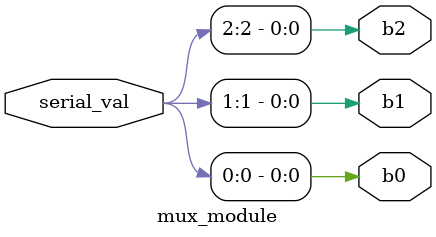
<source format=v>
module mux_module (
    input [2:0] serial_val,
    output reg b0, b1, b2
);


initial begin
    b0 = 0;
    b1 = 0;
    b2 = 0;
end

always @(serial_val) begin
    b0 = serial_val[0];
    b1 = serial_val[1];
    b2 = serial_val[2];
end
endmodule
</source>
